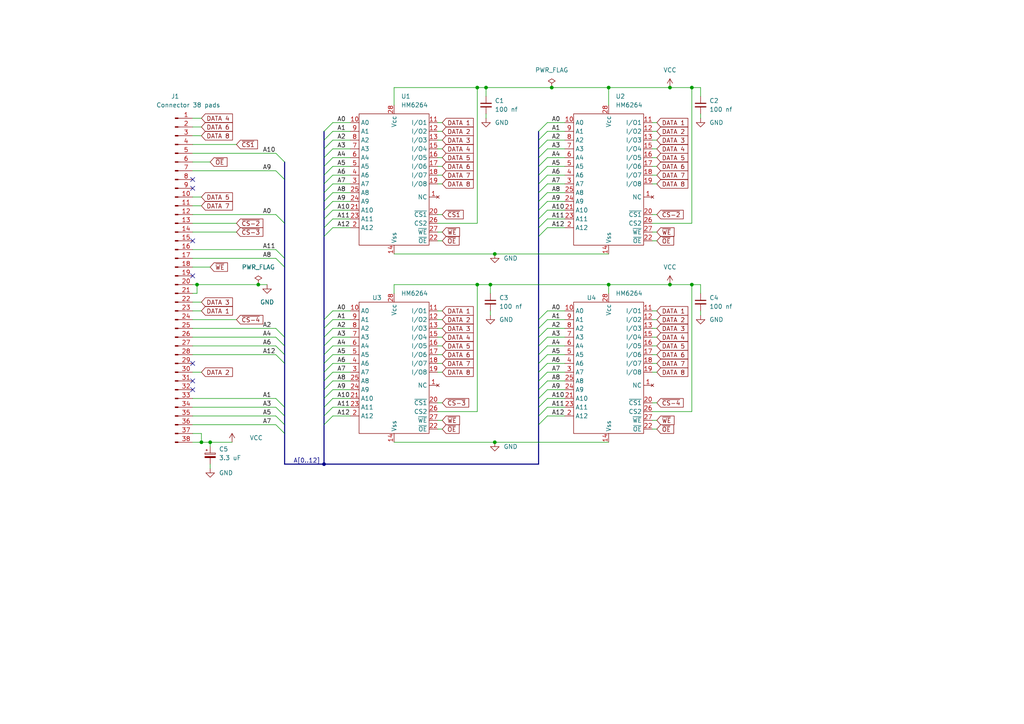
<source format=kicad_sch>
(kicad_sch (version 20211123) (generator eeschema)
  (paper "A4")
  (lib_symbols
    (symbol "Connector:Conn_01x38_Male" (pin_names (offset 1.016) hide)
      (property "Reference" "J" (at 0 48.26 0))
      (property "Value" "Conn_01x38_Male" (at 0 -50.8 0))
      (symbol "Conn_01x38_Male_1_1"
        (polyline (pts (xy 1.27 -48.26) (xy 0.8636 -48.26)) (stroke (width 0.1524)))
        (polyline (pts (xy 1.27 -45.72) (xy 0.8636 -45.72)) (stroke (width 0.1524)))
        (polyline (pts (xy 1.27 -43.18) (xy 0.8636 -43.18)) (stroke (width 0.1524)))
        (polyline (pts (xy 1.27 -40.64) (xy 0.8636 -40.64)) (stroke (width 0.1524)))
        (polyline (pts (xy 1.27 -38.1) (xy 0.8636 -38.1)) (stroke (width 0.1524)))
        (polyline (pts (xy 1.27 -35.56) (xy 0.8636 -35.56)) (stroke (width 0.1524)))
        (polyline (pts (xy 1.27 -33.02) (xy 0.8636 -33.02)) (stroke (width 0.1524)))
        (polyline (pts (xy 1.27 -30.48) (xy 0.8636 -30.48)) (stroke (width 0.1524)))
        (polyline (pts (xy 1.27 -27.94) (xy 0.8636 -27.94)) (stroke (width 0.1524)))
        (polyline (pts (xy 1.27 -25.4) (xy 0.8636 -25.4)) (stroke (width 0.1524)))
        (polyline (pts (xy 1.27 -22.86) (xy 0.8636 -22.86)) (stroke (width 0.1524)))
        (polyline (pts (xy 1.27 -20.32) (xy 0.8636 -20.32)) (stroke (width 0.1524)))
        (polyline (pts (xy 1.27 -17.78) (xy 0.8636 -17.78)) (stroke (width 0.1524)))
        (polyline (pts (xy 1.27 -15.24) (xy 0.8636 -15.24)) (stroke (width 0.1524)))
        (polyline (pts (xy 1.27 -12.7) (xy 0.8636 -12.7)) (stroke (width 0.1524)))
        (polyline (pts (xy 1.27 -10.16) (xy 0.8636 -10.16)) (stroke (width 0.1524)))
        (polyline (pts (xy 1.27 -7.62) (xy 0.8636 -7.62)) (stroke (width 0.1524)))
        (polyline (pts (xy 1.27 -5.08) (xy 0.8636 -5.08)) (stroke (width 0.1524)))
        (polyline (pts (xy 1.27 -2.54) (xy 0.8636 -2.54)) (stroke (width 0.1524)))
        (polyline (pts (xy 1.27 0) (xy 0.8636 0)) (stroke (width 0.1524)))
        (polyline (pts (xy 1.27 2.54) (xy 0.8636 2.54)) (stroke (width 0.1524)))
        (polyline (pts (xy 1.27 5.08) (xy 0.8636 5.08)) (stroke (width 0.1524)))
        (polyline (pts (xy 1.27 7.62) (xy 0.8636 7.62)) (stroke (width 0.1524)))
        (polyline (pts (xy 1.27 10.16) (xy 0.8636 10.16)) (stroke (width 0.1524)))
        (polyline (pts (xy 1.27 12.7) (xy 0.8636 12.7)) (stroke (width 0.1524)))
        (polyline (pts (xy 1.27 15.24) (xy 0.8636 15.24)) (stroke (width 0.1524)))
        (polyline (pts (xy 1.27 17.78) (xy 0.8636 17.78)) (stroke (width 0.1524)))
        (polyline (pts (xy 1.27 20.32) (xy 0.8636 20.32)) (stroke (width 0.1524)))
        (polyline (pts (xy 1.27 22.86) (xy 0.8636 22.86)) (stroke (width 0.1524)))
        (polyline (pts (xy 1.27 25.4) (xy 0.8636 25.4)) (stroke (width 0.1524)))
        (polyline (pts (xy 1.27 27.94) (xy 0.8636 27.94)) (stroke (width 0.1524)))
        (polyline (pts (xy 1.27 30.48) (xy 0.8636 30.48)) (stroke (width 0.1524)))
        (polyline (pts (xy 1.27 33.02) (xy 0.8636 33.02)) (stroke (width 0.1524)))
        (polyline (pts (xy 1.27 35.56) (xy 0.8636 35.56)) (stroke (width 0.1524)))
        (polyline (pts (xy 1.27 38.1) (xy 0.8636 38.1)) (stroke (width 0.1524)))
        (polyline (pts (xy 1.27 40.64) (xy 0.8636 40.64)) (stroke (width 0.1524)))
        (polyline (pts (xy 1.27 43.18) (xy 0.8636 43.18)) (stroke (width 0.1524)))
        (polyline (pts (xy 1.27 45.72) (xy 0.8636 45.72)) (stroke (width 0.1524)))
        (rectangle (start 0.8636 -48.133) (end 0 -48.387) (stroke (width 0.1524)) (fill (type outline)))
        (rectangle (start 0.8636 -45.593) (end 0 -45.847) (stroke (width 0.1524)) (fill (type outline)))
        (rectangle (start 0.8636 -43.053) (end 0 -43.307) (stroke (width 0.1524)) (fill (type outline)))
        (rectangle (start 0.8636 -40.513) (end 0 -40.767) (stroke (width 0.1524)) (fill (type outline)))
        (rectangle (start 0.8636 -37.973) (end 0 -38.227) (stroke (width 0.1524)) (fill (type outline)))
        (rectangle (start 0.8636 -35.433) (end 0 -35.687) (stroke (width 0.1524)) (fill (type outline)))
        (rectangle (start 0.8636 -32.893) (end 0 -33.147) (stroke (width 0.1524)) (fill (type outline)))
        (rectangle (start 0.8636 -30.353) (end 0 -30.607) (stroke (width 0.1524)) (fill (type outline)))
        (rectangle (start 0.8636 -27.813) (end 0 -28.067) (stroke (width 0.1524)) (fill (type outline)))
        (rectangle (start 0.8636 -25.273) (end 0 -25.527) (stroke (width 0.1524)) (fill (type outline)))
        (rectangle (start 0.8636 -22.733) (end 0 -22.987) (stroke (width 0.1524)) (fill (type outline)))
        (rectangle (start 0.8636 -20.193) (end 0 -20.447) (stroke (width 0.1524)) (fill (type outline)))
        (rectangle (start 0.8636 -17.653) (end 0 -17.907) (stroke (width 0.1524)) (fill (type outline)))
        (rectangle (start 0.8636 -15.113) (end 0 -15.367) (stroke (width 0.1524)) (fill (type outline)))
        (rectangle (start 0.8636 -12.573) (end 0 -12.827) (stroke (width 0.1524)) (fill (type outline)))
        (rectangle (start 0.8636 -10.033) (end 0 -10.287) (stroke (width 0.1524)) (fill (type outline)))
        (rectangle (start 0.8636 -7.493) (end 0 -7.747) (stroke (width 0.1524)) (fill (type outline)))
        (rectangle (start 0.8636 -4.953) (end 0 -5.207) (stroke (width 0.1524)) (fill (type outline)))
        (rectangle (start 0.8636 -2.413) (end 0 -2.667) (stroke (width 0.1524)) (fill (type outline)))
        (rectangle (start 0.8636 0.127) (end 0 -0.127) (stroke (width 0.1524)) (fill (type outline)))
        (rectangle (start 0.8636 2.667) (end 0 2.413) (stroke (width 0.1524)) (fill (type outline)))
        (rectangle (start 0.8636 5.207) (end 0 4.953) (stroke (width 0.1524)) (fill (type outline)))
        (rectangle (start 0.8636 7.747) (end 0 7.493) (stroke (width 0.1524)) (fill (type outline)))
        (rectangle (start 0.8636 10.287) (end 0 10.033) (stroke (width 0.1524)) (fill (type outline)))
        (rectangle (start 0.8636 12.827) (end 0 12.573) (stroke (width 0.1524)) (fill (type outline)))
        (rectangle (start 0.8636 15.367) (end 0 15.113) (stroke (width 0.1524)) (fill (type outline)))
        (rectangle (start 0.8636 17.907) (end 0 17.653) (stroke (width 0.1524)) (fill (type outline)))
        (rectangle (start 0.8636 20.447) (end 0 20.193) (stroke (width 0.1524)) (fill (type outline)))
        (rectangle (start 0.8636 22.987) (end 0 22.733) (stroke (width 0.1524)) (fill (type outline)))
        (rectangle (start 0.8636 25.527) (end 0 25.273) (stroke (width 0.1524)) (fill (type outline)))
        (rectangle (start 0.8636 28.067) (end 0 27.813) (stroke (width 0.1524)) (fill (type outline)))
        (rectangle (start 0.8636 30.607) (end 0 30.353) (stroke (width 0.1524)) (fill (type outline)))
        (rectangle (start 0.8636 33.147) (end 0 32.893) (stroke (width 0.1524)) (fill (type outline)))
        (rectangle (start 0.8636 35.687) (end 0 35.433) (stroke (width 0.1524)) (fill (type outline)))
        (rectangle (start 0.8636 38.227) (end 0 37.973) (stroke (width 0.1524)) (fill (type outline)))
        (rectangle (start 0.8636 40.767) (end 0 40.513) (stroke (width 0.1524)) (fill (type outline)))
        (rectangle (start 0.8636 43.307) (end 0 43.053) (stroke (width 0.1524)) (fill (type outline)))
        (rectangle (start 0.8636 45.847) (end 0 45.593) (stroke (width 0.1524)) (fill (type outline)))
        (pin passive line (at 5.08 45.72 180) (length 3.81) (name "Pin_1") (number "1"))
        (pin passive line (at 5.08 22.86 180) (length 3.81) (name "Pin_10") (number "10"))
        (pin passive line (at 5.08 20.32 180) (length 3.81) (name "Pin_11") (number "11"))
        (pin passive line (at 5.08 17.78 180) (length 3.81) (name "Pin_12") (number "12"))
        (pin passive line (at 5.08 15.24 180) (length 3.81) (name "Pin_13") (number "13"))
        (pin passive line (at 5.08 12.7 180) (length 3.81) (name "Pin_14") (number "14"))
        (pin passive line (at 5.08 10.16 180) (length 3.81) (name "Pin_15") (number "15"))
        (pin passive line (at 5.08 7.62 180) (length 3.81) (name "Pin_16") (number "16"))
        (pin passive line (at 5.08 5.08 180) (length 3.81) (name "Pin_17") (number "17"))
        (pin passive line (at 5.08 2.54 180) (length 3.81) (name "Pin_18") (number "18"))
        (pin passive line (at 5.08 0 180) (length 3.81) (name "Pin_19") (number "19"))
        (pin passive line (at 5.08 43.18 180) (length 3.81) (name "Pin_2") (number "2"))
        (pin passive line (at 5.08 -2.54 180) (length 3.81) (name "Pin_20") (number "20"))
        (pin passive line (at 5.08 -5.08 180) (length 3.81) (name "Pin_21") (number "21"))
        (pin passive line (at 5.08 -7.62 180) (length 3.81) (name "Pin_22") (number "22"))
        (pin passive line (at 5.08 -10.16 180) (length 3.81) (name "Pin_23") (number "23"))
        (pin passive line (at 5.08 -12.7 180) (length 3.81) (name "Pin_24") (number "24"))
        (pin passive line (at 5.08 -15.24 180) (length 3.81) (name "Pin_25") (number "25"))
        (pin passive line (at 5.08 -17.78 180) (length 3.81) (name "Pin_26") (number "26"))
        (pin passive line (at 5.08 -20.32 180) (length 3.81) (name "Pin_27") (number "27"))
        (pin passive line (at 5.08 -22.86 180) (length 3.81) (name "Pin_28") (number "28"))
        (pin passive line (at 5.08 -25.4 180) (length 3.81) (name "Pin_29") (number "29"))
        (pin passive line (at 5.08 40.64 180) (length 3.81) (name "Pin_3") (number "3"))
        (pin passive line (at 5.08 -27.94 180) (length 3.81) (name "Pin_30") (number "30"))
        (pin passive line (at 5.08 -30.48 180) (length 3.81) (name "Pin_31") (number "31"))
        (pin passive line (at 5.08 -33.02 180) (length 3.81) (name "Pin_32") (number "32"))
        (pin passive line (at 5.08 -35.56 180) (length 3.81) (name "Pin_33") (number "33"))
        (pin passive line (at 5.08 -38.1 180) (length 3.81) (name "Pin_34") (number "34"))
        (pin passive line (at 5.08 -40.64 180) (length 3.81) (name "Pin_35") (number "35"))
        (pin passive line (at 5.08 -43.18 180) (length 3.81) (name "Pin_36") (number "36"))
        (pin passive line (at 5.08 -45.72 180) (length 3.81) (name "Pin_37") (number "37"))
        (pin passive line (at 5.08 -48.26 180) (length 3.81) (name "Pin_38") (number "38"))
        (pin passive line (at 5.08 38.1 180) (length 3.81) (name "Pin_4") (number "4"))
        (pin passive line (at 5.08 35.56 180) (length 3.81) (name "Pin_5") (number "5"))
        (pin passive line (at 5.08 33.02 180) (length 3.81) (name "Pin_6") (number "6"))
        (pin passive line (at 5.08 30.48 180) (length 3.81) (name "Pin_7") (number "7"))
        (pin passive line (at 5.08 27.94 180) (length 3.81) (name "Pin_8") (number "8"))
        (pin passive line (at 5.08 25.4 180) (length 3.81) (name "Pin_9") (number "9"))
      )
    )
    (symbol "Device:C_Polarized_Small" (pin_numbers hide) (pin_names (offset 0.254) hide)
      (property "Reference" "C" (at 0.254 1.778 0))
      (property "Value" "C_Polarized_Small" (at 0.254 -2.032 0))
      (symbol "C_Polarized_Small_0_1"
        (rectangle (start -1.524 -0.3048) (end 1.524 -0.6858) (fill (type outline)))
        (rectangle (start -1.524 0.6858) (end 1.524 0.3048))
        (polyline (pts (xy -1.27 1.524) (xy -0.762 1.524)))
        (polyline (pts (xy -1.016 1.27) (xy -1.016 1.778)))
      )
      (symbol "C_Polarized_Small_1_1"
        (pin passive line (at 0 2.54 270) (length 1.8542) (name "~") (number "1"))
        (pin passive line (at 0 -2.54 90) (length 1.8542) (name "~") (number "2"))
      )
    )
    (symbol "Device:C_Small" (pin_numbers hide) (pin_names (offset 0.254) hide)
      (property "Reference" "C" (at 0.254 1.778 0))
      (property "Value" "C_Small" (at 0.254 -2.032 0))
      (symbol "C_Small_0_1"
        (polyline (pts (xy -1.524 -0.508) (xy 1.524 -0.508)) (stroke (width 0.3302)))
        (polyline (pts (xy -1.524 0.508) (xy 1.524 0.508)) (stroke (width 0.3048)))
      )
      (symbol "C_Small_1_1"
        (pin passive line (at 0 2.54 270) (length 2.032) (name "~") (number "1"))
        (pin passive line (at 0 -2.54 90) (length 2.032) (name "~") (number "2"))
      )
    )
    (symbol "custom:HM6264"
      (property "Reference" "U" (at -7.62 3.81 0))
      (property "Value" "HM6264" (at 6.35 3.81 0))
      (symbol "HM6264_0_1"
        (rectangle (start -10.16 0) (end 10.16 -38.1))
      )
      (symbol "HM6264_1_1"
        (pin no_connect line (at 12.7 -24.13 180) (length 2.54) (name "NC") (number "1"))
        (pin input line (at -12.7 -2.54 0) (length 2.54) (name "A0") (number "10"))
        (pin tri_state line (at 12.7 -2.54 180) (length 2.54) (name "I/O1") (number "11"))
        (pin tri_state line (at 12.7 -5.08 180) (length 2.54) (name "I/O2") (number "12"))
        (pin tri_state line (at 12.7 -7.62 180) (length 2.54) (name "I/O3") (number "13"))
        (pin power_in line (at 0 -40.64 90) (length 2.54) (name "Vss") (number "14"))
        (pin tri_state line (at 12.7 -10.16 180) (length 2.54) (name "I/O4") (number "15"))
        (pin tri_state line (at 12.7 -12.7 180) (length 2.54) (name "I/O5") (number "16"))
        (pin tri_state line (at 12.7 -15.24 180) (length 2.54) (name "I/O6") (number "17"))
        (pin tri_state line (at 12.7 -17.78 180) (length 2.54) (name "I/O7") (number "18"))
        (pin tri_state line (at 12.7 -20.32 180) (length 2.54) (name "I/O8") (number "19"))
        (pin input line (at -12.7 -33.02 0) (length 2.54) (name "A12") (number "2"))
        (pin input line (at 12.7 -29.21 180) (length 2.54) (name "~{CS1}") (number "20"))
        (pin input line (at -12.7 -27.94 0) (length 2.54) (name "A10") (number "21"))
        (pin input line (at 12.7 -36.83 180) (length 2.54) (name "~{OE}") (number "22"))
        (pin input line (at -12.7 -30.48 0) (length 2.54) (name "A11") (number "23"))
        (pin input line (at -12.7 -25.4 0) (length 2.54) (name "A9") (number "24"))
        (pin input line (at -12.7 -22.86 0) (length 2.54) (name "A8") (number "25"))
        (pin input line (at 12.7 -31.75 180) (length 2.54) (name "CS2") (number "26"))
        (pin input line (at 12.7 -34.29 180) (length 2.54) (name "~{WE}") (number "27"))
        (pin power_in line (at 0 2.54 270) (length 2.54) (name "Vcc") (number "28"))
        (pin input line (at -12.7 -20.32 0) (length 2.54) (name "A7") (number "3"))
        (pin input line (at -12.7 -17.78 0) (length 2.54) (name "A6") (number "4"))
        (pin input line (at -12.7 -15.24 0) (length 2.54) (name "A5") (number "5"))
        (pin input line (at -12.7 -12.7 0) (length 2.54) (name "A4") (number "6"))
        (pin input line (at -12.7 -10.16 0) (length 2.54) (name "A3") (number "7"))
        (pin input line (at -12.7 -7.62 0) (length 2.54) (name "A2") (number "8"))
        (pin input line (at -12.7 -5.08 0) (length 2.54) (name "A1") (number "9"))
      )
    )
    (symbol "power:GND" (power) (pin_names (offset 0))
      (property "Value" "GND" (at 0 -3.81 0))
      (symbol "GND_0_1"
        (polyline (pts (xy 0 0) (xy 0 -1.27) (xy 1.27 -1.27) (xy 0 -2.54) (xy -1.27 -1.27) (xy 0 -1.27)))
      )
      (symbol "GND_1_1"
        (pin power_in line (at 0 0 270) (length 0) hide (name "GND") (number "1"))
      )
    )
    (symbol "power:PWR_FLAG" (power) (pin_numbers hide) (pin_names (offset 0) hide)
      (property "Value" "PWR_FLAG" (at 0 3.81 0))
      (symbol "PWR_FLAG_0_0"
        (pin power_out line (at 0 0 90) (length 0) (name "pwr") (number "1"))
      )
      (symbol "PWR_FLAG_0_1"
        (polyline (pts (xy 0 0) (xy 0 1.27) (xy -1.016 1.905) (xy 0 2.54) (xy 1.016 1.905) (xy 0 1.27)))
      )
    )
    (symbol "power:VCC" (power) (pin_names (offset 0))
      (property "Value" "VCC" (at 0 3.81 0))
      (symbol "VCC_0_1"
        (polyline (pts (xy -0.762 1.27) (xy 0 2.54)))
        (polyline (pts (xy 0 0) (xy 0 2.54)))
        (polyline (pts (xy 0 2.54) (xy 0.762 1.27)))
      )
      (symbol "VCC_1_1"
        (pin power_in line (at 0 0 90) (length 0) hide (name "VCC") (number "1"))
      )
    )
  )
  (junction (at 176.53 82.55))
  (junction (at 138.43 82.55))
  (junction (at 160.02 25.4))
  (junction (at 194.31 82.55))
  (junction (at 194.31 25.4))
  (junction (at 142.24 82.55))
  (junction (at 74.93 82.55))
  (junction (at 93.98 134.62))
  (junction (at 200.66 25.4))
  (junction (at 143.51 73.66))
  (junction (at 138.43 25.4))
  (junction (at 200.66 82.55))
  (junction (at 58.42 128.27))
  (junction (at 176.53 25.4))
  (junction (at 60.96 128.27))
  (junction (at 57.15 82.55))
  (junction (at 140.97 25.4))
  (junction (at 143.51 128.27))
  (no_connect (at 55.88 80.01))
  (no_connect (at 55.88 110.49))
  (no_connect (at 55.88 54.61))
  (no_connect (at 55.88 113.03))
  (no_connect (at 55.88 105.41))
  (no_connect (at 55.88 52.07))
  (no_connect (at 55.88 69.85))
  (bus_entry (at 156.21 53.34) (size 2.54 -2.54))
  (bus_entry (at 93.98 100.33) (size 2.54 -2.54))
  (bus_entry (at 80.01 118.11) (size 2.54 2.54))
  (bus_entry (at 80.01 100.33) (size 2.54 2.54))
  (bus_entry (at 156.21 113.03) (size 2.54 -2.54))
  (bus_entry (at 93.98 97.79) (size 2.54 -2.54))
  (bus_entry (at 156.21 92.71) (size 2.54 -2.54))
  (bus_entry (at 80.01 74.93) (size 2.54 2.54))
  (bus_entry (at 156.21 123.19) (size 2.54 -2.54))
  (bus_entry (at 80.01 120.65) (size 2.54 2.54))
  (bus_entry (at 93.98 113.03) (size 2.54 -2.54))
  (bus_entry (at 156.21 120.65) (size 2.54 -2.54))
  (bus_entry (at 80.01 49.53) (size 2.54 2.54))
  (bus_entry (at 156.21 100.33) (size 2.54 -2.54))
  (bus_entry (at 80.01 115.57) (size 2.54 2.54))
  (bus_entry (at 156.21 95.25) (size 2.54 -2.54))
  (bus_entry (at 93.98 95.25) (size 2.54 -2.54))
  (bus_entry (at 156.21 48.26) (size 2.54 -2.54))
  (bus_entry (at 80.01 44.45) (size 2.54 2.54))
  (bus_entry (at 93.98 107.95) (size 2.54 -2.54))
  (bus_entry (at 156.21 68.58) (size 2.54 -2.54))
  (bus_entry (at 156.21 102.87) (size 2.54 -2.54))
  (bus_entry (at 93.98 115.57) (size 2.54 -2.54))
  (bus_entry (at 80.01 72.39) (size 2.54 2.54))
  (bus_entry (at 156.21 118.11) (size 2.54 -2.54))
  (bus_entry (at 93.98 110.49) (size 2.54 -2.54))
  (bus_entry (at 93.98 92.71) (size 2.54 -2.54))
  (bus_entry (at 156.21 50.8) (size 2.54 -2.54))
  (bus_entry (at 93.98 105.41) (size 2.54 -2.54))
  (bus_entry (at 156.21 105.41) (size 2.54 -2.54))
  (bus_entry (at 156.21 115.57) (size 2.54 -2.54))
  (bus_entry (at 156.21 43.18) (size 2.54 -2.54))
  (bus_entry (at 156.21 40.64) (size 2.54 -2.54))
  (bus_entry (at 156.21 60.96) (size 2.54 -2.54))
  (bus_entry (at 156.21 110.49) (size 2.54 -2.54))
  (bus_entry (at 156.21 63.5) (size 2.54 -2.54))
  (bus_entry (at 80.01 123.19) (size 2.54 2.54))
  (bus_entry (at 80.01 95.25) (size 2.54 2.54))
  (bus_entry (at 156.21 55.88) (size 2.54 -2.54))
  (bus_entry (at 156.21 107.95) (size 2.54 -2.54))
  (bus_entry (at 93.98 118.11) (size 2.54 -2.54))
  (bus_entry (at 93.98 123.19) (size 2.54 -2.54))
  (bus_entry (at 156.21 58.42) (size 2.54 -2.54))
  (bus_entry (at 156.21 66.04) (size 2.54 -2.54))
  (bus_entry (at 156.21 97.79) (size 2.54 -2.54))
  (bus_entry (at 80.01 102.87) (size 2.54 2.54))
  (bus_entry (at 80.01 97.79) (size 2.54 2.54))
  (bus_entry (at 93.98 120.65) (size 2.54 -2.54))
  (bus_entry (at 93.98 55.88) (size 2.54 -2.54))
  (bus_entry (at 93.98 53.34) (size 2.54 -2.54))
  (bus_entry (at 93.98 58.42) (size 2.54 -2.54))
  (bus_entry (at 93.98 68.58) (size 2.54 -2.54))
  (bus_entry (at 93.98 66.04) (size 2.54 -2.54))
  (bus_entry (at 93.98 63.5) (size 2.54 -2.54))
  (bus_entry (at 93.98 60.96) (size 2.54 -2.54))
  (bus_entry (at 93.98 45.72) (size 2.54 -2.54))
  (bus_entry (at 93.98 48.26) (size 2.54 -2.54))
  (bus_entry (at 93.98 50.8) (size 2.54 -2.54))
  (bus_entry (at 93.98 43.18) (size 2.54 -2.54))
  (bus_entry (at 93.98 38.1) (size 2.54 -2.54))
  (bus_entry (at 93.98 40.64) (size 2.54 -2.54))
  (bus_entry (at 93.98 102.87) (size 2.54 -2.54))
  (bus_entry (at 156.21 45.72) (size 2.54 -2.54))
  (bus_entry (at 156.21 38.1) (size 2.54 -2.54))
  (bus_entry (at 80.01 62.23) (size 2.54 2.54))
  (wire (pts (xy 158.75 102.87) (xy 163.83 102.87)))
  (wire (pts (xy 158.75 107.95) (xy 163.83 107.95)))
  (wire (pts (xy 55.88 59.69) (xy 58.42 59.69)))
  (wire (pts (xy 200.66 82.55) (xy 203.2 82.55)))
  (bus (pts (xy 82.55 105.41) (xy 82.55 118.11)))
  (wire (pts (xy 158.75 105.41) (xy 163.83 105.41)))
  (wire (pts (xy 142.24 90.17) (xy 142.24 91.44)))
  (wire (pts (xy 160.02 25.4) (xy 176.53 25.4)))
  (bus (pts (xy 82.55 102.87) (xy 82.55 105.41)))
  (wire (pts (xy 127 121.92) (xy 128.27 121.92)))
  (bus (pts (xy 82.55 64.77) (xy 82.55 74.93)))
  (wire (pts (xy 57.15 82.55) (xy 57.15 85.09)))
  (wire (pts (xy 127 90.17) (xy 128.27 90.17)))
  (wire (pts (xy 158.75 97.79) (xy 163.83 97.79)))
  (wire (pts (xy 96.52 97.79) (xy 101.6 97.79)))
  (wire (pts (xy 96.52 50.8) (xy 101.6 50.8)))
  (wire (pts (xy 200.66 25.4) (xy 203.2 25.4)))
  (wire (pts (xy 96.52 43.18) (xy 101.6 43.18)))
  (bus (pts (xy 93.98 105.41) (xy 93.98 107.95)))
  (wire (pts (xy 158.75 90.17) (xy 163.83 90.17)))
  (wire (pts (xy 55.88 85.09) (xy 57.15 85.09)))
  (wire (pts (xy 200.66 119.38) (xy 200.66 82.55)))
  (wire (pts (xy 127 62.23) (xy 128.27 62.23)))
  (wire (pts (xy 96.52 90.17) (xy 101.6 90.17)))
  (bus (pts (xy 82.55 100.33) (xy 82.55 102.87)))
  (wire (pts (xy 143.51 128.27) (xy 176.53 128.27)))
  (wire (pts (xy 55.88 49.53) (xy 80.01 49.53)))
  (wire (pts (xy 158.75 40.64) (xy 163.83 40.64)))
  (wire (pts (xy 158.75 63.5) (xy 163.83 63.5)))
  (wire (pts (xy 158.75 48.26) (xy 163.83 48.26)))
  (wire (pts (xy 176.53 25.4) (xy 194.31 25.4)))
  (wire (pts (xy 142.24 82.55) (xy 176.53 82.55)))
  (bus (pts (xy 93.98 97.79) (xy 93.98 100.33)))
  (wire (pts (xy 127 124.46) (xy 128.27 124.46)))
  (bus (pts (xy 93.98 55.88) (xy 93.98 58.42)))
  (wire (pts (xy 158.75 43.18) (xy 163.83 43.18)))
  (bus (pts (xy 156.21 45.72) (xy 156.21 48.26)))
  (bus (pts (xy 156.21 55.88) (xy 156.21 58.42)))
  (wire (pts (xy 158.75 60.96) (xy 163.83 60.96)))
  (bus (pts (xy 82.55 52.07) (xy 82.55 64.77)))
  (bus (pts (xy 93.98 95.25) (xy 93.98 97.79)))
  (bus (pts (xy 156.21 68.58) (xy 156.21 92.71)))
  (wire (pts (xy 127 119.38) (xy 138.43 119.38)))
  (wire (pts (xy 55.88 118.11) (xy 80.01 118.11)))
  (wire (pts (xy 127 43.18) (xy 128.27 43.18)))
  (wire (pts (xy 55.88 120.65) (xy 80.01 120.65)))
  (bus (pts (xy 156.21 102.87) (xy 156.21 105.41)))
  (bus (pts (xy 93.98 45.72) (xy 93.98 48.26)))
  (wire (pts (xy 96.52 48.26) (xy 101.6 48.26)))
  (wire (pts (xy 96.52 58.42) (xy 101.6 58.42)))
  (wire (pts (xy 127 102.87) (xy 128.27 102.87)))
  (bus (pts (xy 93.98 48.26) (xy 93.98 50.8)))
  (wire (pts (xy 138.43 82.55) (xy 142.24 82.55)))
  (wire (pts (xy 158.75 95.25) (xy 163.83 95.25)))
  (wire (pts (xy 189.23 69.85) (xy 190.5 69.85)))
  (bus (pts (xy 93.98 92.71) (xy 93.98 95.25)))
  (wire (pts (xy 96.52 105.41) (xy 101.6 105.41)))
  (bus (pts (xy 156.21 100.33) (xy 156.21 102.87)))
  (wire (pts (xy 127 107.95) (xy 128.27 107.95)))
  (bus (pts (xy 156.21 63.5) (xy 156.21 66.04)))
  (wire (pts (xy 127 105.41) (xy 128.27 105.41)))
  (wire (pts (xy 96.52 115.57) (xy 101.6 115.57)))
  (bus (pts (xy 93.98 68.58) (xy 93.98 92.71)))
  (wire (pts (xy 55.88 36.83) (xy 58.42 36.83)))
  (bus (pts (xy 82.55 123.19) (xy 82.55 125.73)))
  (wire (pts (xy 189.23 105.41) (xy 190.5 105.41)))
  (wire (pts (xy 74.93 82.55) (xy 77.47 82.55)))
  (wire (pts (xy 158.75 55.88) (xy 163.83 55.88)))
  (bus (pts (xy 82.55 125.73) (xy 82.55 134.62)))
  (bus (pts (xy 93.98 118.11) (xy 93.98 120.65)))
  (bus (pts (xy 156.21 118.11) (xy 156.21 120.65)))
  (bus (pts (xy 156.21 110.49) (xy 156.21 113.03)))
  (bus (pts (xy 93.98 120.65) (xy 93.98 123.19)))
  (wire (pts (xy 55.88 123.19) (xy 80.01 123.19)))
  (wire (pts (xy 96.52 35.56) (xy 101.6 35.56)))
  (bus (pts (xy 93.98 107.95) (xy 93.98 110.49)))
  (wire (pts (xy 189.23 48.26) (xy 190.5 48.26)))
  (bus (pts (xy 156.21 58.42) (xy 156.21 60.96)))
  (wire (pts (xy 142.24 82.55) (xy 142.24 85.09)))
  (wire (pts (xy 189.23 116.84) (xy 190.5 116.84)))
  (wire (pts (xy 189.23 50.8) (xy 190.5 50.8)))
  (wire (pts (xy 127 92.71) (xy 128.27 92.71)))
  (wire (pts (xy 189.23 90.17) (xy 190.5 90.17)))
  (wire (pts (xy 55.88 77.47) (xy 60.96 77.47)))
  (wire (pts (xy 158.75 66.04) (xy 163.83 66.04)))
  (wire (pts (xy 203.2 33.02) (xy 203.2 34.29)))
  (wire (pts (xy 96.52 92.71) (xy 101.6 92.71)))
  (wire (pts (xy 158.75 100.33) (xy 163.83 100.33)))
  (wire (pts (xy 138.43 119.38) (xy 138.43 82.55)))
  (wire (pts (xy 203.2 90.17) (xy 203.2 91.44)))
  (bus (pts (xy 156.21 43.18) (xy 156.21 45.72)))
  (wire (pts (xy 189.23 107.95) (xy 190.5 107.95)))
  (wire (pts (xy 55.88 74.93) (xy 80.01 74.93)))
  (wire (pts (xy 96.52 38.1) (xy 101.6 38.1)))
  (bus (pts (xy 82.55 118.11) (xy 82.55 120.65)))
  (wire (pts (xy 127 38.1) (xy 128.27 38.1)))
  (wire (pts (xy 96.52 110.49) (xy 101.6 110.49)))
  (wire (pts (xy 138.43 64.77) (xy 138.43 25.4)))
  (wire (pts (xy 96.52 113.03) (xy 101.6 113.03)))
  (wire (pts (xy 189.23 121.92) (xy 190.5 121.92)))
  (wire (pts (xy 55.88 62.23) (xy 80.01 62.23)))
  (wire (pts (xy 189.23 95.25) (xy 190.5 95.25)))
  (wire (pts (xy 55.88 64.77) (xy 68.58 64.77)))
  (wire (pts (xy 158.75 50.8) (xy 163.83 50.8)))
  (wire (pts (xy 55.88 100.33) (xy 80.01 100.33)))
  (wire (pts (xy 127 95.25) (xy 128.27 95.25)))
  (bus (pts (xy 82.55 74.93) (xy 82.55 77.47)))
  (wire (pts (xy 189.23 35.56) (xy 190.5 35.56)))
  (wire (pts (xy 158.75 113.03) (xy 163.83 113.03)))
  (wire (pts (xy 96.52 120.65) (xy 101.6 120.65)))
  (wire (pts (xy 114.3 73.66) (xy 143.51 73.66)))
  (wire (pts (xy 189.23 119.38) (xy 200.66 119.38)))
  (wire (pts (xy 114.3 25.4) (xy 138.43 25.4)))
  (bus (pts (xy 93.98 66.04) (xy 93.98 68.58)))
  (wire (pts (xy 96.52 100.33) (xy 101.6 100.33)))
  (wire (pts (xy 158.75 118.11) (xy 163.83 118.11)))
  (wire (pts (xy 189.23 38.1) (xy 190.5 38.1)))
  (wire (pts (xy 176.53 82.55) (xy 176.53 85.09)))
  (wire (pts (xy 55.88 92.71) (xy 68.58 92.71)))
  (bus (pts (xy 156.21 95.25) (xy 156.21 97.79)))
  (wire (pts (xy 189.23 97.79) (xy 190.5 97.79)))
  (bus (pts (xy 156.21 120.65) (xy 156.21 123.19)))
  (bus (pts (xy 93.98 100.33) (xy 93.98 102.87)))
  (wire (pts (xy 55.88 34.29) (xy 58.42 34.29)))
  (wire (pts (xy 158.75 110.49) (xy 163.83 110.49)))
  (wire (pts (xy 158.75 58.42) (xy 163.83 58.42)))
  (wire (pts (xy 138.43 25.4) (xy 140.97 25.4)))
  (wire (pts (xy 140.97 25.4) (xy 140.97 27.94)))
  (bus (pts (xy 93.98 60.96) (xy 93.98 63.5)))
  (wire (pts (xy 140.97 33.02) (xy 140.97 34.29)))
  (bus (pts (xy 93.98 102.87) (xy 93.98 105.41)))
  (wire (pts (xy 158.75 115.57) (xy 163.83 115.57)))
  (wire (pts (xy 189.23 102.87) (xy 190.5 102.87)))
  (bus (pts (xy 93.98 123.19) (xy 93.98 134.62)))
  (wire (pts (xy 114.3 82.55) (xy 114.3 85.09)))
  (bus (pts (xy 156.21 115.57) (xy 156.21 118.11)))
  (bus (pts (xy 93.98 134.62) (xy 156.21 134.62)))
  (wire (pts (xy 158.75 45.72) (xy 163.83 45.72)))
  (bus (pts (xy 156.21 107.95) (xy 156.21 110.49)))
  (wire (pts (xy 55.88 67.31) (xy 68.58 67.31)))
  (bus (pts (xy 156.21 105.41) (xy 156.21 107.95)))
  (wire (pts (xy 55.88 128.27) (xy 58.42 128.27)))
  (wire (pts (xy 114.3 82.55) (xy 138.43 82.55)))
  (wire (pts (xy 176.53 30.48) (xy 176.53 25.4)))
  (wire (pts (xy 189.23 40.64) (xy 190.5 40.64)))
  (wire (pts (xy 96.52 60.96) (xy 101.6 60.96)))
  (bus (pts (xy 93.98 63.5) (xy 93.98 66.04)))
  (wire (pts (xy 58.42 128.27) (xy 60.96 128.27)))
  (wire (pts (xy 189.23 92.71) (xy 190.5 92.71)))
  (bus (pts (xy 156.21 48.26) (xy 156.21 50.8)))
  (wire (pts (xy 55.88 39.37) (xy 58.42 39.37)))
  (wire (pts (xy 127 48.26) (xy 128.27 48.26)))
  (wire (pts (xy 127 35.56) (xy 128.27 35.56)))
  (bus (pts (xy 156.21 60.96) (xy 156.21 63.5)))
  (wire (pts (xy 55.88 90.17) (xy 58.42 90.17)))
  (wire (pts (xy 96.52 66.04) (xy 101.6 66.04)))
  (wire (pts (xy 189.23 64.77) (xy 200.66 64.77)))
  (wire (pts (xy 127 45.72) (xy 128.27 45.72)))
  (wire (pts (xy 158.75 53.34) (xy 163.83 53.34)))
  (bus (pts (xy 156.21 97.79) (xy 156.21 100.33)))
  (bus (pts (xy 82.55 120.65) (xy 82.55 123.19)))
  (wire (pts (xy 55.88 95.25) (xy 80.01 95.25)))
  (wire (pts (xy 127 50.8) (xy 128.27 50.8)))
  (wire (pts (xy 194.31 25.4) (xy 200.66 25.4)))
  (wire (pts (xy 127 116.84) (xy 128.27 116.84)))
  (wire (pts (xy 96.52 107.95) (xy 101.6 107.95)))
  (wire (pts (xy 55.88 82.55) (xy 57.15 82.55)))
  (wire (pts (xy 60.96 128.27) (xy 67.31 128.27)))
  (wire (pts (xy 55.88 87.63) (xy 58.42 87.63)))
  (bus (pts (xy 93.98 58.42) (xy 93.98 60.96)))
  (bus (pts (xy 156.21 50.8) (xy 156.21 53.34)))
  (bus (pts (xy 82.55 97.79) (xy 82.55 100.33)))
  (wire (pts (xy 127 97.79) (xy 128.27 97.79)))
  (wire (pts (xy 55.88 46.99) (xy 60.96 46.99)))
  (wire (pts (xy 60.96 128.27) (xy 60.96 129.54)))
  (bus (pts (xy 156.21 123.19) (xy 156.21 134.62)))
  (wire (pts (xy 143.51 73.66) (xy 176.53 73.66)))
  (bus (pts (xy 93.98 113.03) (xy 93.98 115.57)))
  (wire (pts (xy 96.52 63.5) (xy 101.6 63.5)))
  (wire (pts (xy 158.75 92.71) (xy 163.83 92.71)))
  (wire (pts (xy 96.52 118.11) (xy 101.6 118.11)))
  (wire (pts (xy 96.52 55.88) (xy 101.6 55.88)))
  (wire (pts (xy 127 69.85) (xy 128.27 69.85)))
  (wire (pts (xy 96.52 102.87) (xy 101.6 102.87)))
  (wire (pts (xy 55.88 97.79) (xy 80.01 97.79)))
  (wire (pts (xy 55.88 44.45) (xy 80.01 44.45)))
  (wire (pts (xy 96.52 53.34) (xy 101.6 53.34)))
  (wire (pts (xy 189.23 43.18) (xy 190.5 43.18)))
  (wire (pts (xy 114.3 30.48) (xy 114.3 25.4)))
  (wire (pts (xy 127 40.64) (xy 128.27 40.64)))
  (wire (pts (xy 128.27 67.31) (xy 127 67.31)))
  (wire (pts (xy 127 53.34) (xy 128.27 53.34)))
  (bus (pts (xy 156.21 92.71) (xy 156.21 95.25)))
  (bus (pts (xy 156.21 113.03) (xy 156.21 115.57)))
  (wire (pts (xy 60.96 134.62) (xy 60.96 135.89)))
  (wire (pts (xy 203.2 25.4) (xy 203.2 27.94)))
  (wire (pts (xy 114.3 128.27) (xy 143.51 128.27)))
  (wire (pts (xy 189.23 53.34) (xy 190.5 53.34)))
  (bus (pts (xy 156.21 38.1) (xy 156.21 40.64)))
  (wire (pts (xy 55.88 102.87) (xy 80.01 102.87)))
  (wire (pts (xy 127 64.77) (xy 138.43 64.77)))
  (wire (pts (xy 189.23 62.23) (xy 190.5 62.23)))
  (bus (pts (xy 156.21 53.34) (xy 156.21 55.88)))
  (wire (pts (xy 189.23 45.72) (xy 190.5 45.72)))
  (bus (pts (xy 93.98 38.1) (xy 93.98 40.64)))
  (wire (pts (xy 55.88 41.91) (xy 68.58 41.91)))
  (wire (pts (xy 55.88 72.39) (xy 80.01 72.39)))
  (bus (pts (xy 156.21 66.04) (xy 156.21 68.58)))
  (bus (pts (xy 156.21 40.64) (xy 156.21 43.18)))
  (wire (pts (xy 194.31 82.55) (xy 200.66 82.55)))
  (wire (pts (xy 127 100.33) (xy 128.27 100.33)))
  (wire (pts (xy 176.53 82.55) (xy 194.31 82.55)))
  (bus (pts (xy 93.98 53.34) (xy 93.98 55.88)))
  (wire (pts (xy 189.23 67.31) (xy 190.5 67.31)))
  (bus (pts (xy 82.55 134.62) (xy 93.98 134.62)))
  (wire (pts (xy 96.52 40.64) (xy 101.6 40.64)))
  (bus (pts (xy 93.98 50.8) (xy 93.98 53.34)))
  (wire (pts (xy 203.2 82.55) (xy 203.2 85.09)))
  (bus (pts (xy 93.98 110.49) (xy 93.98 113.03)))
  (wire (pts (xy 57.15 82.55) (xy 74.93 82.55)))
  (wire (pts (xy 189.23 100.33) (xy 190.5 100.33)))
  (bus (pts (xy 82.55 77.47) (xy 82.55 97.79)))
  (wire (pts (xy 189.23 124.46) (xy 190.5 124.46)))
  (wire (pts (xy 55.88 107.95) (xy 58.42 107.95)))
  (bus (pts (xy 93.98 115.57) (xy 93.98 118.11)))
  (wire (pts (xy 158.75 35.56) (xy 163.83 35.56)))
  (wire (pts (xy 140.97 25.4) (xy 160.02 25.4)))
  (wire (pts (xy 96.52 45.72) (xy 101.6 45.72)))
  (wire (pts (xy 55.88 125.73) (xy 58.42 125.73)))
  (bus (pts (xy 93.98 40.64) (xy 93.98 43.18)))
  (wire (pts (xy 55.88 115.57) (xy 80.01 115.57)))
  (wire (pts (xy 158.75 38.1) (xy 163.83 38.1)))
  (wire (pts (xy 55.88 57.15) (xy 58.42 57.15)))
  (wire (pts (xy 96.52 95.25) (xy 101.6 95.25)))
  (wire (pts (xy 58.42 125.73) (xy 58.42 128.27)))
  (wire (pts (xy 158.75 120.65) (xy 163.83 120.65)))
  (bus (pts (xy 93.98 43.18) (xy 93.98 45.72)))
  (bus (pts (xy 82.55 46.99) (xy 82.55 52.07)))
  (wire (pts (xy 200.66 64.77) (xy 200.66 25.4)))
  (label "A10" (at 97.79 60.96 0))
  (label "A8" (at 160.02 55.88 0))
  (label "A12" (at 160.02 66.04 0))
  (label "A1" (at 97.79 92.71 0))
  (label "A3" (at 160.02 97.79 0))
  (label "A1" (at 97.79 38.1 0))
  (label "A3" (at 97.79 97.79 0))
  (label "A7" (at 76.2 123.19 0))
  (label "A4" (at 97.79 45.72 0))
  (label "A9" (at 97.79 113.03 0))
  (label "A6" (at 97.79 50.8 0))
  (label "A11" (at 76.2 72.39 0))
  (label "A6" (at 160.02 50.8 0))
  (label "A10" (at 160.02 60.96 0))
  (label "A0" (at 160.02 90.17 0))
  (label "A2" (at 76.2 95.25 0))
  (label "A0" (at 160.02 35.56 0))
  (label "A1" (at 76.2 115.57 0))
  (label "A5" (at 160.02 102.87 0))
  (label "A2" (at 97.79 40.64 0))
  (label "A[0..12]" (at 85.09 134.62 0))
  (label "A0" (at 76.2 62.23 0))
  (label "A5" (at 76.2 120.65 0))
  (label "A9" (at 160.02 58.42 0))
  (label "A11" (at 97.79 118.11 0))
  (label "A4" (at 76.2 97.79 0))
  (label "A11" (at 97.79 63.5 0))
  (label "A4" (at 97.79 100.33 0))
  (label "A2" (at 160.02 40.64 0))
  (label "A3" (at 97.79 43.18 0))
  (label "A6" (at 160.02 105.41 0))
  (label "A7" (at 97.79 53.34 0))
  (label "A0" (at 97.79 90.17 0))
  (label "A11" (at 160.02 118.11 0))
  (label "A9" (at 97.79 58.42 0))
  (label "A4" (at 160.02 100.33 0))
  (label "A10" (at 76.2 44.45 0))
  (label "A6" (at 97.79 105.41 0))
  (label "A11" (at 160.02 63.5 0))
  (label "A2" (at 160.02 95.25 0))
  (label "A1" (at 160.02 38.1 0))
  (label "A10" (at 97.79 115.57 0))
  (label "A12" (at 97.79 120.65 0))
  (label "A8" (at 76.2 74.93 0))
  (label "A5" (at 97.79 48.26 0))
  (label "A8" (at 97.79 55.88 0))
  (label "A1" (at 160.02 92.71 0))
  (label "A4" (at 160.02 45.72 0))
  (label "A9" (at 160.02 113.03 0))
  (label "A8" (at 160.02 110.49 0))
  (label "A7" (at 160.02 107.95 0))
  (label "A3" (at 76.2 118.11 0))
  (label "A12" (at 160.02 120.65 0))
  (label "A9" (at 76.2 49.53 0))
  (label "A2" (at 97.79 95.25 0))
  (label "A12" (at 76.2 102.87 0))
  (label "A7" (at 97.79 107.95 0))
  (label "A0" (at 97.79 35.56 0))
  (label "A7" (at 160.02 53.34 0))
  (label "A6" (at 76.2 100.33 0))
  (label "A5" (at 97.79 102.87 0))
  (label "A5" (at 160.02 48.26 0))
  (label "A3" (at 160.02 43.18 0))
  (label "A10" (at 160.02 115.57 0))
  (label "A8" (at 97.79 110.49 0))
  (label "A12" (at 97.79 66.04 0))
  (global_label "DATA 4" (shape input) (at 128.27 43.18 0) (property "Intersheet References" "${INTERSHEET_REFS}" (effects hide)))
  (global_label "~{CS-2}" (shape input) (at 190.5 62.23 0) (property "Intersheet References" "${INTERSHEET_REFS}" (effects hide)))
  (global_label "DATA 7" (shape input) (at 190.5 105.41 0) (property "Intersheet References" "${INTERSHEET_REFS}" (effects hide)))
  (global_label "DATA 3" (shape input) (at 190.5 40.64 0) (property "Intersheet References" "${INTERSHEET_REFS}" (effects hide)))
  (global_label "~{CS1}" (shape input) (at 68.58 41.91 0) (property "Intersheet References" "${INTERSHEET_REFS}" (effects hide)))
  (global_label "~{WE}" (shape input) (at 128.27 67.31 0) (property "Intersheet References" "${INTERSHEET_REFS}" (effects hide)))
  (global_label "DATA 5" (shape input) (at 128.27 100.33 0) (property "Intersheet References" "${INTERSHEET_REFS}" (effects hide)))
  (global_label "~{WE}" (shape input) (at 190.5 67.31 0) (property "Intersheet References" "${INTERSHEET_REFS}" (effects hide)))
  (global_label "DATA 6" (shape input) (at 190.5 102.87 0) (property "Intersheet References" "${INTERSHEET_REFS}" (effects hide)))
  (global_label "~{WE}" (shape input) (at 128.27 121.92 0) (property "Intersheet References" "${INTERSHEET_REFS}" (effects hide)))
  (global_label "DATA 1" (shape input) (at 58.42 90.17 0) (property "Intersheet References" "${INTERSHEET_REFS}" (effects hide)))
  (global_label "DATA 8" (shape input) (at 128.27 107.95 0) (property "Intersheet References" "${INTERSHEET_REFS}" (effects hide)))
  (global_label "~{CS-2}" (shape input) (at 68.58 64.77 0) (property "Intersheet References" "${INTERSHEET_REFS}" (effects hide)))
  (global_label "~{CS-3}" (shape input) (at 68.58 67.31 0) (property "Intersheet References" "${INTERSHEET_REFS}" (effects hide)))
  (global_label "DATA 3" (shape input) (at 128.27 95.25 0) (property "Intersheet References" "${INTERSHEET_REFS}" (effects hide)))
  (global_label "DATA 5" (shape input) (at 128.27 45.72 0) (property "Intersheet References" "${INTERSHEET_REFS}" (effects hide)))
  (global_label "DATA 3" (shape input) (at 190.5 95.25 0) (property "Intersheet References" "${INTERSHEET_REFS}" (effects hide)))
  (global_label "DATA 3" (shape input) (at 58.42 87.63 0) (property "Intersheet References" "${INTERSHEET_REFS}" (effects hide)))
  (global_label "DATA 7" (shape input) (at 190.5 50.8 0) (property "Intersheet References" "${INTERSHEET_REFS}" (effects hide)))
  (global_label "DATA 8" (shape input) (at 190.5 53.34 0) (property "Intersheet References" "${INTERSHEET_REFS}" (effects hide)))
  (global_label "~{OE}" (shape input) (at 128.27 124.46 0) (property "Intersheet References" "${INTERSHEET_REFS}" (effects hide)))
  (global_label "DATA 1" (shape input) (at 128.27 90.17 0) (property "Intersheet References" "${INTERSHEET_REFS}" (effects hide)))
  (global_label "~{CS1}" (shape input) (at 128.27 62.23 0) (property "Intersheet References" "${INTERSHEET_REFS}" (effects hide)))
  (global_label "DATA 1" (shape input) (at 190.5 35.56 0) (property "Intersheet References" "${INTERSHEET_REFS}" (effects hide)))
  (global_label "DATA 8" (shape input) (at 58.42 39.37 0) (property "Intersheet References" "${INTERSHEET_REFS}" (effects hide)))
  (global_label "DATA 2" (shape input) (at 190.5 92.71 0) (property "Intersheet References" "${INTERSHEET_REFS}" (effects hide)))
  (global_label "~{WE}" (shape input) (at 60.96 77.47 0) (property "Intersheet References" "${INTERSHEET_REFS}" (effects hide)))
  (global_label "DATA 4" (shape input) (at 58.42 34.29 0) (property "Intersheet References" "${INTERSHEET_REFS}" (effects hide)))
  (global_label "DATA 8" (shape input) (at 128.27 53.34 0) (property "Intersheet References" "${INTERSHEET_REFS}" (effects hide)))
  (global_label "DATA 7" (shape input) (at 58.42 59.69 0) (property "Intersheet References" "${INTERSHEET_REFS}" (effects hide)))
  (global_label "DATA 1" (shape input) (at 128.27 35.56 0) (property "Intersheet References" "${INTERSHEET_REFS}" (effects hide)))
  (global_label "DATA 6" (shape input) (at 128.27 102.87 0) (property "Intersheet References" "${INTERSHEET_REFS}" (effects hide)))
  (global_label "DATA 3" (shape input) (at 128.27 40.64 0) (property "Intersheet References" "${INTERSHEET_REFS}" (effects hide)))
  (global_label "DATA 5" (shape input) (at 190.5 100.33 0) (property "Intersheet References" "${INTERSHEET_REFS}" (effects hide)))
  (global_label "DATA 8" (shape input) (at 190.5 107.95 0) (property "Intersheet References" "${INTERSHEET_REFS}" (effects hide)))
  (global_label "DATA 7" (shape input) (at 128.27 50.8 0) (property "Intersheet References" "${INTERSHEET_REFS}" (effects hide)))
  (global_label "DATA 2" (shape input) (at 190.5 38.1 0) (property "Intersheet References" "${INTERSHEET_REFS}" (effects hide)))
  (global_label "~{CS-4}" (shape input) (at 68.58 92.71 0) (property "Intersheet References" "${INTERSHEET_REFS}" (effects hide)))
  (global_label "DATA 7" (shape input) (at 128.27 105.41 0) (property "Intersheet References" "${INTERSHEET_REFS}" (effects hide)))
  (global_label "DATA 4" (shape input) (at 190.5 43.18 0) (property "Intersheet References" "${INTERSHEET_REFS}" (effects hide)))
  (global_label "~{OE}" (shape input) (at 60.96 46.99 0) (property "Intersheet References" "${INTERSHEET_REFS}" (effects hide)))
  (global_label "~{OE}" (shape input) (at 190.5 69.85 0) (property "Intersheet References" "${INTERSHEET_REFS}" (effects hide)))
  (global_label "DATA 6" (shape input) (at 128.27 48.26 0) (property "Intersheet References" "${INTERSHEET_REFS}" (effects hide)))
  (global_label "DATA 5" (shape input) (at 58.42 57.15 0) (property "Intersheet References" "${INTERSHEET_REFS}" (effects hide)))
  (global_label "~{OE}" (shape input) (at 128.27 69.85 0) (property "Intersheet References" "${INTERSHEET_REFS}" (effects hide)))
  (global_label "DATA 4" (shape input) (at 190.5 97.79 0) (property "Intersheet References" "${INTERSHEET_REFS}" (effects hide)))
  (global_label "DATA 6" (shape input) (at 190.5 48.26 0) (property "Intersheet References" "${INTERSHEET_REFS}" (effects hide)))
  (global_label "DATA 6" (shape input) (at 58.42 36.83 0) (property "Intersheet References" "${INTERSHEET_REFS}" (effects hide)))
  (global_label "DATA 5" (shape input) (at 190.5 45.72 0) (property "Intersheet References" "${INTERSHEET_REFS}" (effects hide)))
  (global_label "~{OE}" (shape input) (at 190.5 124.46 0) (property "Intersheet References" "${INTERSHEET_REFS}" (effects hide)))
  (global_label "~{CS-4}" (shape input) (at 190.5 116.84 0) (property "Intersheet References" "${INTERSHEET_REFS}" (effects hide)))
  (global_label "DATA 2" (shape input) (at 128.27 38.1 0) (property "Intersheet References" "${INTERSHEET_REFS}" (effects hide)))
  (global_label "DATA 1" (shape input) (at 190.5 90.17 0) (property "Intersheet References" "${INTERSHEET_REFS}" (effects hide)))
  (global_label "DATA 4" (shape input) (at 128.27 97.79 0) (property "Intersheet References" "${INTERSHEET_REFS}" (effects hide)))
  (global_label "DATA 2" (shape input) (at 128.27 92.71 0) (property "Intersheet References" "${INTERSHEET_REFS}" (effects hide)))
  (global_label "DATA 2" (shape input) (at 58.42 107.95 0) (property "Intersheet References" "${INTERSHEET_REFS}" (effects hide)))
  (global_label "~{WE}" (shape input) (at 190.5 121.92 0) (property "Intersheet References" "${INTERSHEET_REFS}" (effects hide)))
  (global_label "~{CS-3}" (shape input) (at 128.27 116.84 0) (property "Intersheet References" "${INTERSHEET_REFS}" (effects hide)))
  (symbol (lib_id "custom:HM6264") (at 114.3 33.02 0) (unit 1)
    (property "Reference" "U1" (at 116.3194 27.94 0) (effects (justify left)))
    (property "Value" "HM6264" (at 116.3194 30.48 0) (effects (justify left)))
  )
  (symbol (lib_id "power:GND") (at 77.47 82.55 0) (unit 1)
    (property "Reference" "#PWR0101" (effects hide))
    (property "Value" "GND" (at 77.47 87.63 0))
  )
  (symbol (lib_id "Device:C_Small") (at 203.2 30.48 0) (unit 1)
    (property "Reference" "C2" (at 205.74 29.2162 0) (effects (justify left)))
    (property "Value" "100 nf" (at 205.74 31.7562 0) (effects (justify left)))
  )
  (symbol (lib_id "power:GND") (at 143.51 73.66 0) (unit 1)
    (property "Reference" "#PWR0111" (effects hide))
    (property "Value" "GND" (at 146.05 74.9299 0) (effects (justify left)))
  )
  (symbol (lib_id "Device:C_Small") (at 140.97 30.48 0) (unit 1)
    (property "Reference" "C1" (at 143.51 29.2162 0) (effects (justify left)))
    (property "Value" "100 nf" (at 143.51 31.7562 0) (effects (justify left)))
  )
  (symbol (lib_id "power:PWR_FLAG") (at 74.93 82.55 0) (unit 1)
    (property "Reference" "#FLG0101" (effects hide))
    (property "Value" "PWR_FLAG" (at 74.93 77.47 0))
  )
  (symbol (lib_id "Device:C_Small") (at 203.2 87.63 0) (unit 1)
    (property "Reference" "C4" (at 205.74 86.3662 0) (effects (justify left)))
    (property "Value" "100 nf" (at 205.74 88.9062 0) (effects (justify left)))
  )
  (symbol (lib_id "power:VCC") (at 67.31 128.27 0) (unit 1)
    (property "Reference" "#PWR0103" (effects hide))
    (property "Value" "VCC" (at 72.39 126.9999 0) (effects (justify left)))
  )
  (symbol (lib_id "power:GND") (at 142.24 91.44 0) (unit 1)
    (property "Reference" "#PWR0110" (effects hide))
    (property "Value" "GND" (at 144.78 92.7099 0) (effects (justify left)))
  )
  (symbol (lib_id "power:GND") (at 203.2 91.44 0) (unit 1)
    (property "Reference" "#PWR0105" (effects hide))
    (property "Value" "GND" (at 205.74 92.7099 0) (effects (justify left)))
  )
  (symbol (lib_id "Connector:Conn_01x38_Male") (at 50.8 80.01 0) (unit 1)
    (property "Reference" "J1" (at 50.8 27.94 0))
    (property "Value" "Connector 38 pads" (at 54.61 30.48 0))
  )
  (symbol (lib_id "power:GND") (at 140.97 34.29 0) (unit 1)
    (property "Reference" "#PWR0107" (effects hide))
    (property "Value" "GND" (at 143.51 35.5599 0) (effects (justify left)))
  )
  (symbol (lib_id "power:PWR_FLAG") (at 160.02 25.4 0) (unit 1)
    (property "Reference" "#FLG0102" (effects hide))
    (property "Value" "PWR_FLAG" (at 160.02 20.32 0))
  )
  (symbol (lib_id "custom:HM6264") (at 176.53 33.02 0) (unit 1)
    (property "Reference" "U2" (at 178.5494 27.94 0) (effects (justify left)))
    (property "Value" "HM6264" (at 178.5494 30.48 0) (effects (justify left)))
  )
  (symbol (lib_id "custom:HM6264") (at 114.3 87.63 0) (unit 1)
    (property "Reference" "U3" (at 107.95 86.36 0) (effects (justify left)))
    (property "Value" "HM6264" (at 116.3194 85.09 0) (effects (justify left)))
  )
  (symbol (lib_id "Device:C_Small") (at 142.24 87.63 0) (unit 1)
    (property "Reference" "C3" (at 144.78 86.3662 0) (effects (justify left)))
    (property "Value" "100 nf" (at 144.78 88.9062 0) (effects (justify left)))
  )
  (symbol (lib_id "power:GND") (at 60.96 135.89 0) (unit 1)
    (property "Reference" "#PWR0102" (effects hide))
    (property "Value" "GND" (at 63.5 137.1599 0) (effects (justify left)))
  )
  (symbol (lib_id "Device:C_Polarized_Small") (at 60.96 132.08 0) (unit 1)
    (property "Reference" "C5" (at 63.5 130.2638 0) (effects (justify left)))
    (property "Value" "3.3 uF" (at 63.5 132.8038 0) (effects (justify left)))
  )
  (symbol (lib_id "power:VCC") (at 194.31 82.55 0) (unit 1)
    (property "Reference" "#PWR0106" (effects hide))
    (property "Value" "VCC" (at 194.31 77.47 0))
  )
  (symbol (lib_id "power:GND") (at 203.2 34.29 0) (unit 1)
    (property "Reference" "#PWR0108" (effects hide))
    (property "Value" "GND" (at 205.74 35.5599 0) (effects (justify left)))
  )
  (symbol (lib_id "custom:HM6264") (at 176.53 87.63 0) (unit 1)
    (property "Reference" "U4" (at 170.18 86.36 0) (effects (justify left)))
    (property "Value" "HM6264" (at 178.5494 85.09 0) (effects (justify left)))
  )
  (symbol (lib_id "power:VCC") (at 194.31 25.4 0) (unit 1)
    (property "Reference" "#PWR0109" (effects hide))
    (property "Value" "VCC" (at 194.31 20.32 0))
  )
  (symbol (lib_id "power:GND") (at 143.51 128.27 0) (unit 1)
    (property "Reference" "#PWR0104" (effects hide))
    (property "Value" "GND" (at 146.05 129.5399 0) (effects (justify left)))
  )
)
</source>
